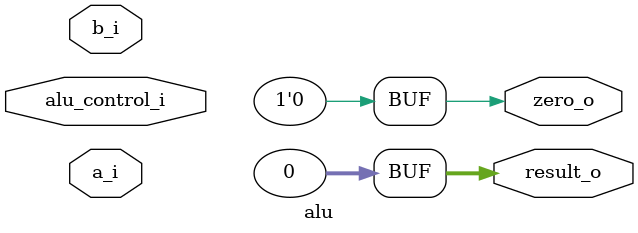
<source format=sv>
module alu
     #(parameter int XLen = 32,
       parameter int NOps = 5,
       localparam int NOpsWidth = $clog2(NOps))

      (input logic[XLen-1:0] a_i,
       input logic[XLen-1:0] b_i,
       input logic[NOpsWidth-1:0] alu_control_i,
       output logic[XLen-1:0] result_o,
       output logic zero_o);

       always_comb
           begin
                zero_o = 1'b0;
                result_o = '0;
           end

endmodule : alu
</source>
